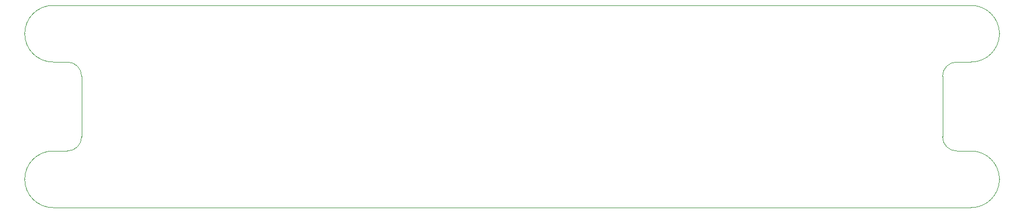
<source format=gm1>
%TF.GenerationSoftware,KiCad,Pcbnew,7.0.5-0*%
%TF.CreationDate,2023-09-25T22:43:47+01:00*%
%TF.ProjectId,INCLINOMETER_BOARD,494e434c-494e-44f4-9d45-5445525f424f,rev?*%
%TF.SameCoordinates,Original*%
%TF.FileFunction,Profile,NP*%
%FSLAX46Y46*%
G04 Gerber Fmt 4.6, Leading zero omitted, Abs format (unit mm)*
G04 Created by KiCad (PCBNEW 7.0.5-0) date 2023-09-25 22:43:47*
%MOMM*%
%LPD*%
G01*
G04 APERTURE LIST*
%TA.AperFunction,Profile*%
%ADD10C,0.100000*%
%TD*%
G04 APERTURE END LIST*
D10*
X224155000Y-78740000D02*
G75*
G03*
X228600000Y-74295000I0J4445000D01*
G01*
X228600000Y-74295000D02*
X228600000Y-74295000D01*
X224155000Y-78740000D02*
X221932500Y-78740000D01*
X80645000Y-92710000D02*
X82867500Y-92710000D01*
X76200000Y-97155000D02*
G75*
G03*
X80645000Y-101600000I4445000J0D01*
G01*
X82867500Y-78740000D02*
X80645000Y-78740000D01*
X80645000Y-69850000D02*
G75*
G03*
X76200000Y-74295000I0J-4445000D01*
G01*
X219710000Y-90487500D02*
G75*
G03*
X221932500Y-92710000I2222500J0D01*
G01*
X221932500Y-92710000D02*
X224155000Y-92710000D01*
X76200000Y-74295000D02*
G75*
G03*
X80645000Y-78740000I4445000J0D01*
G01*
X85090000Y-80962500D02*
X85090000Y-90487500D01*
X224155000Y-101600000D02*
G75*
G03*
X228600000Y-97155000I0J4445000D01*
G01*
X76200000Y-97155000D02*
X76200000Y-97155000D01*
X80645000Y-92710000D02*
G75*
G03*
X76200000Y-97155000I0J-4445000D01*
G01*
X228600000Y-97155000D02*
G75*
G03*
X224155000Y-92710000I-4445000J0D01*
G01*
X85090000Y-80962500D02*
G75*
G03*
X82867500Y-78740000I-2222500J0D01*
G01*
X80645000Y-69850000D02*
X224155000Y-69850000D01*
X219710000Y-80962500D02*
X219710000Y-90487500D01*
X228600000Y-97155000D02*
X228600000Y-97155000D01*
X76200000Y-74295000D02*
X76200000Y-74295000D01*
X228600000Y-74295000D02*
G75*
G03*
X224155000Y-69850000I-4445000J0D01*
G01*
X224155000Y-101600000D02*
X80645000Y-101600000D01*
X82867500Y-92710000D02*
G75*
G03*
X85090000Y-90487500I0J2222500D01*
G01*
X221932500Y-78740000D02*
G75*
G03*
X219710000Y-80962500I0J-2222500D01*
G01*
M02*

</source>
